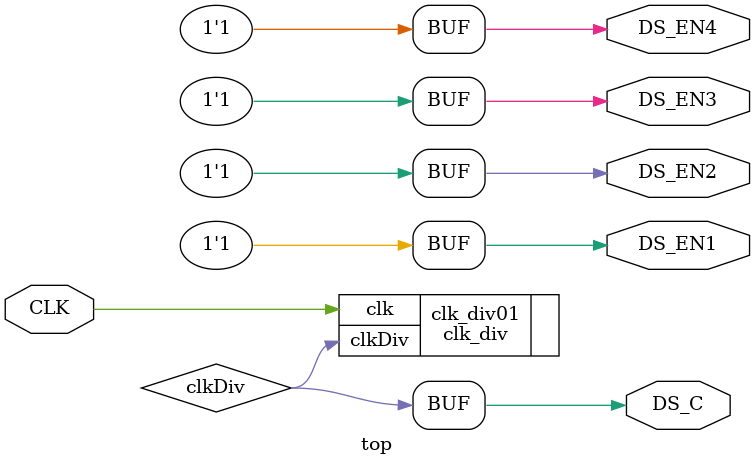
<source format=v>
module top( input CLK,
				output DS_EN1, DS_EN2, DS_EN3, DS_EN4,
				output DS_C);

wire clkDiv;
assign {DS_EN1, DS_EN2, DS_EN3, DS_EN4} = 4'hf;
clk_div clk_div01(.clk(CLK), .clkDiv(clkDiv));
assign DS_C = clkDiv;

endmodule
</source>
